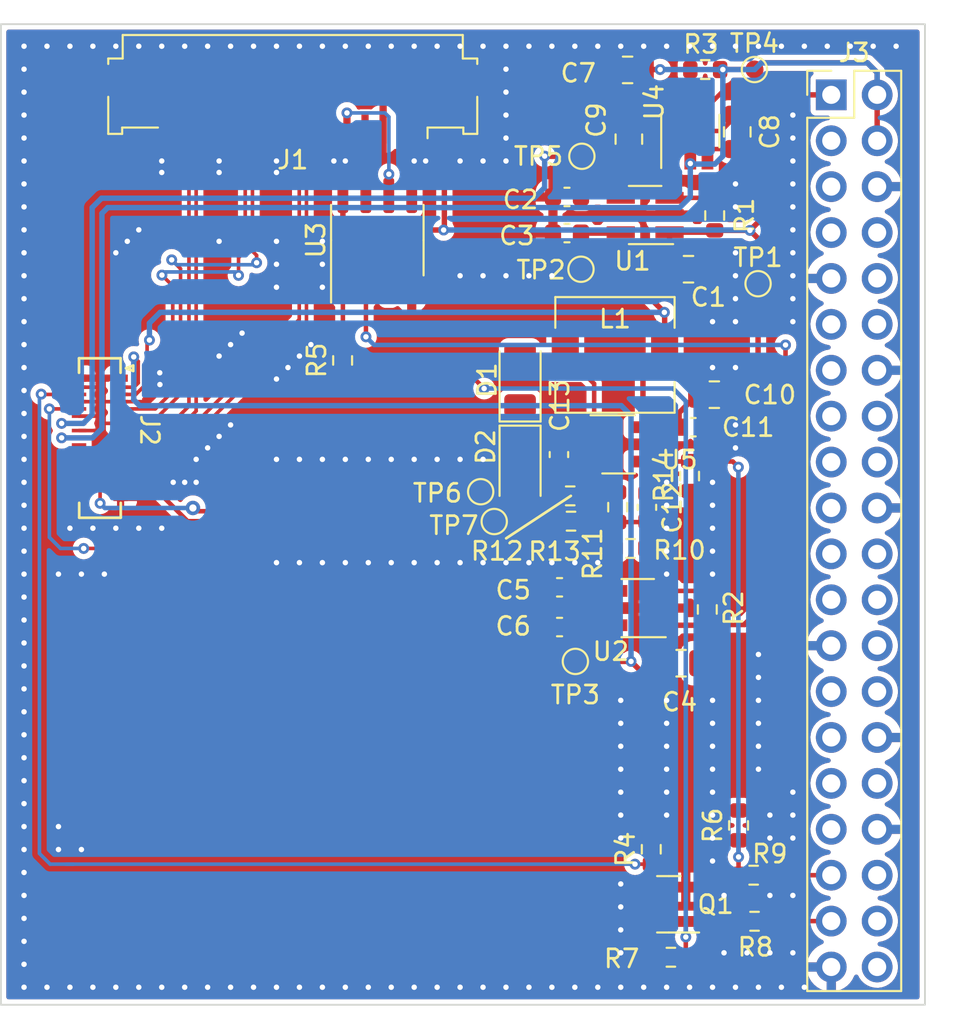
<source format=kicad_pcb>
(kicad_pcb (version 20211014) (generator pcbnew)
  (layers (0 "F.Cu" signal) (31 "B.Cu" signal) (34 "B.Paste" user) (35 "F.Paste" user) (36 "B.SilkS" user "B.Silkscreen") (37 "F.SilkS" user "F.Silkscreen") (38 "B.Mask" user) (39 "F.Mask" user) (44 "Edge.Cuts" user))
  (net 0 "")
  (net 1 "+3V3")
  (net 2 "GND")
  (net 3 "Net-(C2-Pad1)")
  (net 4 "+2V8")
  (net 5 "Net-(C5-Pad1)")
  (net 6 "+1V8")
  (net 7 "+5V")
  (net 8 "Net-(C8-Pad1)")
  (net 9 "Net-(C8-Pad2)")
  (net 10 "-5V")
  (net 11 "Net-(C12-Pad1)")
  (net 12 "Net-(C13-Pad1)")
  (net 37 "Net-(J3-Pad35)")
  (net 39 "Net-(J3-Pad37)")
  (net 42 "Net-(D1-Pad2)")
  (net 43 "Net-(Q1-Pad1)")
  (net 44 "/RESET")
  (net 45 "Net-(R1-Pad2)")
  (net 46 "Net-(R2-Pad2)")
  (net 47 "Net-(R3-Pad2)")
  (net 48 "Net-(R5-Pad2)")
  (net 49 "/BL_EN")
  (net 50 "Net-(R6-Pad2)")
  (net 51 "/PWM")
  (net 52 "Net-(R11-Pad2)")
  (net 53 "/LCD_K")
  (net 56 "/SCL")
  (net 57 "/SDA")
  (net 58 "/D1_N")
  (net 59 "/D1_P")
  (net 60 "/CLK_N")
  (net 61 "/CLK_P")
  (net 62 "/D0_N")
  (net 63 "/D0_P")
  (net 64 "/LCD_A")
  (footprint "Resistor_SMD:R_0603_1608Metric" (layer "F.Cu") (at 133.18 67.415 90)
    (fp_text reference "R11")
    (fp_text value "4.7k")
  )
  (footprint "Resistor_SMD:R_0603_1608Metric" (layer "F.Cu") (at 136.125 92.32)
    (fp_text reference "R7")
    (fp_text value "10k")
  )
  (footprint "Package_SO:SOIC-8_3.9x4.9mm_P1.27mm" (layer "F.Cu") (at 119.88 52.64 90)
    (fp_text reference "U3")
    (fp_text value "PCA9536D")
  )
  (footprint "TestPoint:TestPoint_Pad_D1.0mm" (layer "F.Cu") (at 131.15 54.25)
    (fp_text reference "TP2")
    (fp_text value "TestPoint")
  )
  (footprint "Resistor_SMD:R_0603_1608Metric" (layer "F.Cu") (at 137.16 65.695 90)
    (fp_text reference "R14")
    (fp_text value "4.7k")
  )
  (footprint "Capacitor_SMD:C_0603_1608Metric" (layer "F.Cu") (at 129.965 74.05 180)
    (fp_text reference "C6")
    (fp_text value "1uF")
  )
  (footprint "Inductor_SMD:L_6.3x6.3_H3" (layer "F.Cu") (at 133.03 58.99 180)
    (fp_text reference "L1")
    (fp_text value "22uH")
  )
  (footprint "Diode_SMD:D_1206_3216Metric" (layer "F.Cu") (at 127.78 65.19 -90)
    (fp_text reference "D2")
    (fp_text value "DIODE")
  )
  (footprint "sft:BM14B(0.8)-30DS-0.4V(52)" (layer "F.Cu") (at 110.2575 63.1275 -90)
    (fp_text reference "J2")
    (fp_text value "Conn_02x15_Odd_Even")
  )
  (footprint "Resistor_SMD:R_0603_1608Metric" (layer "F.Cu") (at 140.705 87.78 180)
    (fp_text reference "R9")
    (fp_text value "0R")
  )
  (footprint "TestPoint:TestPoint_Pad_D1.0mm" (layer "F.Cu") (at 131.2 48)
    (fp_text reference "TP5")
    (fp_text value "TestPoint")
  )
  (footprint "Package_TO_SOT_SMD:SOT-23-6_Handsoldering" (layer "F.Cu") (at 137.2 46.6 90)
    (fp_text reference "U4")
    (fp_text value "SGM3204YN6G/TR")
  )
  (footprint "TestPoint:TestPoint_Pad_D1.0mm" (layer "F.Cu") (at 126.35 68.21)
    (fp_text reference "TP7")
    (fp_text value "TestPoint")
  )
  (footprint "Capacitor_SMD:C_0805_2012Metric" (layer "F.Cu") (at 133.8 47.05 90)
    (fp_text reference "C9")
    (fp_text value "10uF")
  )
  (footprint "Resistor_SMD:R_0603_1608Metric" (layer "F.Cu") (at 135.04 86.345 90)
    (fp_text reference "R4")
    (fp_text value "10k")
  )
  (footprint "Capacitor_SMD:C_0603_1608Metric" (layer "F.Cu") (at 130.375 52.25 180)
    (fp_text reference "C3")
    (fp_text value "1uF")
  )
  (footprint "Resistor_SMD:R_0603_1608Metric" (layer "F.Cu") (at 138.55 51.275 90)
    (fp_text reference "R1")
    (fp_text value "10k")
  )
  (footprint "Resistor_SMD:R_0603_1608Metric" (layer "F.Cu") (at 117.96 59.295 90)
    (fp_text reference "R5")
    (fp_text value "1k")
  )
  (footprint "TestPoint:TestPoint_Pad_D1.0mm" (layer "F.Cu") (at 140.95 55.05)
    (fp_text reference "TP1")
    (fp_text value "TestPoint")
  )
  (footprint "TestPoint:TestPoint_Pad_D1.0mm" (layer "F.Cu") (at 130.84 75.95)
    (fp_text reference "TP3")
    (fp_text value "TestPoint")
  )
  (footprint "TestPoint:TestPoint_Pad_D1.0mm" (layer "F.Cu") (at 140.75 43.2)
    (fp_text reference "TP4")
    (fp_text value "TestPoint")
  )
  (footprint "Resistor_SMD:R_0603_1608Metric" (layer "F.Cu") (at 138.14 73.075 90)
    (fp_text reference "R2")
    (fp_text value "10k")
  )
  (footprint "Resistor_SMD:R_0603_1608Metric" (layer "F.Cu") (at 130.6 68.19 180)
    (fp_text reference "R13")
    (fp_text value "2R")
  )
  (footprint "Capacitor_SMD:C_0805_2012Metric" (layer "F.Cu") (at 133.73 43.22 180)
    (fp_text reference "C7")
    (fp_text value "10uF")
  )
  (footprint "Capacitor_SMD:C_0805_2012Metric" (layer "F.Cu") (at 137.1 54.25)
    (fp_text reference "C1")
    (fp_text value "10uF")
  )
  (footprint "Package_TO_SOT_SMD:SOT-23-5_HandSoldering" (layer "F.Cu") (at 134.29 73 180)
    (fp_text reference "U2")
    (fp_text value "SGM2019-1.8YN5G/TR")
  )
  (footprint "Capacitor_SMD:C_0603_1608Metric" (layer "F.Cu") (at 137.355 62.99)
    (fp_text reference "C11")
    (fp_text value "1uF")
  )
  (footprint "TestPoint:TestPoint_Pad_D1.0mm" (layer "F.Cu") (at 125.6 66.56)
    (fp_text reference "TP6")
    (fp_text value "TestPoint")
  )
  (footprint "Diode_SMD:D_1206_3216Metric" (layer "F.Cu") (at 127.78 60.39 90)
    (fp_text reference "D1")
    (fp_text value "D_Zener")
  )
  (footprint "Capacitor_SMD:C_0603_1608Metric" (layer "F.Cu") (at 129.965 71.85 180)
    (fp_text reference "C5")
    (fp_text value "10nF")
  )
  (footprint "Resistor_SMD:R_0603_1608Metric" (layer "F.Cu") (at 138.025 43.2 180)
    (fp_text reference "R3")
    (fp_text value "10k")
  )
  (footprint "Package_TO_SOT_SMD:SOT-23" (layer "F.Cu") (at 136.0125 89.39 180)
    (fp_text reference "Q1")
    (fp_text value "BC847")
  )
  (footprint "Capacitor_SMD:C_0805_2012Metric" (layer "F.Cu") (at 139.8 46.65 90)
    (fp_text reference "C8")
    (fp_text value "10uF")
  )
  (footprint "Capacitor_SMD:C_0805_2012Metric" (layer "F.Cu") (at 136.69 76.05)
    (fp_text reference "C4")
    (fp_text value "10uF")
  )
  (footprint "Package_TO_SOT_SMD:SOT-23-5_HandSoldering" (layer "F.Cu") (at 134.7 51.25 180)
    (fp_text reference "U1")
    (fp_text value "SGM2019-2.8YN5G/TR")
  )
  (footprint "Connector_FFC-FPC:Molex_200528-0150_1x15-1MP_P1.00mm_Horizontal" (layer "F.Cu") (at 115.2 45.59 180)
    (fp_text reference "J1")
    (fp_text value "Conn_01x15")
  )
  (footprint "Resistor_SMD:R_0603_1608Metric" (layer "F.Cu") (at 139.87 85.025 90)
    (fp_text reference "R6")
    (fp_text value "0R")
  )
  (footprint "Capacitor_SMD:C_0603_1608Metric" (layer "F.Cu") (at 130.375 50.25 180)
    (fp_text reference "C2")
    (fp_text value "10nF")
  )
  (footprint "Resistor_SMD:R_0603_1608Metric" (layer "F.Cu") (at 130.555 66.79 180)
    (fp_text reference "R12")
    (fp_text value "1k")
  )
  (footprint "Capacitor_SMD:C_0603_1608Metric" (layer "F.Cu") (at 129.93 64.505 -90)
    (fp_text reference "C13")
    (fp_text value "1uF")
  )
  (footprint "Capacitor_SMD:C_0603_1608Metric" (layer "F.Cu") (at 134.8 67.425 90)
    (fp_text reference "C12")
    (fp_text value "220nF")
  )
  (footprint "Resistor_SMD:R_0603_1608Metric" (layer "F.Cu") (at 133.895 69.7)
    (fp_text reference "R10")
    (fp_text value "4.7k")
  )
  (footprint "Package_TO_SOT_SMD:SOT-23-5_HandSoldering" (layer "F.Cu") (at 133.23 63.94)
    (fp_text reference "U5")
    (fp_text value "CAT4139")
  )
  (footprint "Connector_PinHeader_2.54mm:PinHeader_2x20_P2.54mm_Vertical" (layer "F.Cu") (at 145 44.6)
    (fp_text reference "J3")
    (fp_text value "Raspberry_Pi_2_3")
  )
  (footprint "Capacitor_SMD:C_0805_2012Metric" (layer "F.Cu") (at 138.53 61.19)
    (fp_text reference "C10")
    (fp_text value "10uF")
  )
  (footprint "Resistor_SMD:R_0603_1608Metric" (layer "F.Cu") (at 140.755 90.33 180)
    (fp_text reference "R8")
    (fp_text value "1k")
  )
  (gr_line (start 130.59 66.79) (end 127.01 69.14) (layer "F.SilkS") (width 0.15))
  (gr_rect (start 99.05 40.69) (end 150.185 94.95) (layer "Edge.Cuts") (width 0.1) (fill none))
  (segment (start 145 44.6) (end 142.6 44.6) (width 0.3) (layer "F.Cu") (net 1))
  (segment (start 123.59 46.92) (end 123.17 46.5) (width 0.3) (layer "F.Cu") (net 1))
  (segment (start 118.38 52.08) (end 117.975 51.675) (width 0.3) (layer "F.Cu") (net 1))
  (segment (start 136.05 54.15) (end 136.15 54.25) (width 0.3) (layer "F.Cu") (net 1))
  (segment (start 123.17 46.5) (end 121.2 46.5) (width 0.3) (layer "F.Cu") (net 1))
  (segment (start 140.5 52.1) (end 140.95 52.55) (width 0.3) (layer "F.Cu") (net 1))
  (segment (start 140.2 73.91) (end 138.15 73.91) (width 0.3) (layer "F.Cu") (net 1))
  (segment (start 136.05 52.2) (end 138.45 52.2) (width 0.3) (layer "F.Cu") (net 1))
  (segment (start 140.5 52.1) (end 138.55 52.1) (width 0.3) (layer "F.Cu") (net 1))
  (segment (start 140.95 73.16) (end 140.2 73.91) (width 0.3) (layer "F.Cu") (net 1))
  (segment (start 117.975 50.165) (end 117.975 51.675) (width 0.3) (layer "F.Cu") (net 1))
  (segment (start 141.75 45.45) (end 141.75 50.85) (width 0.3) (layer "F.Cu") (net 1))
  (segment (start 138.09 73.95) (end 138.14 73.9) (width 0.3) (layer "F.Cu") (net 1))
  (segment (start 141.75 50.85) (end 140.5 52.1) (width 0.3) (layer "F.Cu") (net 1))
  (segment (start 138.15 73.91) (end 138.14 73.9) (width 0.3) (layer "F.Cu") (net 1))
  (segment (start 142.6 44.6) (end 141.75 45.45) (width 0.3) (layer "F.Cu") (net 1))
  (segment (start 135.64 75.95) (end 135.74 76.05) (width 0.3) (layer "F.Cu") (net 1))
  (segment (start 138.45 52.2) (end 138.55 52.1) (width 0.3) (layer "F.Cu") (net 1))
  (segment (start 123.55 52.08) (end 118.38 52.08) (width 0.3) (layer "F.Cu") (net 1))
  (segment (start 140.95 55.05) (end 140.95 73.16) (width 0.3) (layer "F.Cu") (net 1))
  (segment (start 136.05 52.2) (end 136.05 54.15) (width 0.3) (layer "F.Cu") (net 1))
  (segment (start 123.59 52.04) (end 123.59 46.92) (width 0.3) (layer "F.Cu") (net 1))
  (segment (start 135.64 73.95) (end 135.64 75.95) (width 0.3) (layer "F.Cu") (net 1))
  (segment (start 123.55 52.08) (end 123.59 52.04) (width 0.3) (layer "F.Cu") (net 1))
  (segment (start 135.64 73.95) (end 138.09 73.95) (width 0.3) (layer "F.Cu") (net 1))
  (segment (start 140.95 52.55) (end 140.95 55.05) (width 0.3) (layer "F.Cu") (net 1))
  (via (at 140.5 52.1) (size 0.6) (drill 0.3) (layers "F.Cu" "B.Cu") (net 1))
  (via (at 123.55 52.08) (size 0.6) (drill 0.3) (layers "F.Cu" "B.Cu") (net 1))
  (segment (start 140.48 52.08) (end 140.5 52.1) (width 0.3) (layer "B.Cu") (net 1))
  (segment (start 123.55 52.08) (end 140.48 52.08) (width 0.3) (layer "B.Cu") (net 1))
  (segment (start 103.3725 60.7775) (end 103.3725 60.2775) (width 0.2) (layer "F.Cu") (net 2))
  (segment (start 105.6725 61.5775) (end 107.2825 61.5775) (width 0.2) (layer "F.Cu") (net 2))
  (segment (start 105.6725 65.1775) (end 107.1175 65.1775) (width 0.2) (layer "F.Cu") (net 2))
  (segment (start 105.2375 66.3775) (end 105.23 66.37) (width 0.2) (layer "F.Cu") (net 2))
  (segment (start 102.6675 60.7775) (end 102.61 60.72) (width 0.2) (layer "F.Cu") (net 2))
  (segment (start 102.3675 66.3775) (end 102.35 66.36) (width 0.2) (layer "F.Cu") (net 2))
  (segment (start 102.56 60.67) (end 101.98 60.67) (width 0.2) (layer "F.Cu") (net 2))
  (segment (start 104.8125 63.9775) (end 104.7575 64.0325) (width 0.2) (layer "F.Cu") (net 2))
  (segment (start 104.7575 65.1775) (end 104.7575 64.1525) (width 0.2) (layer "F.Cu") (net 2))
  (segment (start 105.6725 66.3775) (end 105.2375 66.3775) (width 0.2) (layer "F.Cu") (net 2))
  (segment (start 104.7575 64.1525) (end 104.7575 63.1825) (width 0.2) (layer "F.Cu") (net 2))
  (segment (start 103.3725 66.3775) (end 102.3675 66.3775) (width 0.2) (layer "F.Cu") (net 2))
  (segment (start 107.1175 65.1775) (end 107.45 65.51) (width 0.2) (layer "F.Cu") (net 2))
  (segment (start 105.134296 66.37) (end 104.764296 66) (width 0.2) (layer "F.Cu") (net 2))
  (segment (start 104.2275 63.1775) (end 104.7525 63.1775) (width 0.2) (layer "F.Cu") (net 2))
  (segment (start 104.7575 65.1775) (end 105.6725 65.1775) (width 0.2) (layer "F.Cu") (net 2))
  (segment (start 104.7975 62.7775) (end 104.7575 62.8175) (width 0.2) (layer "F.Cu") (net 2))
  (segment (start 105.6725 66.3775) (end 105.6725 66.8775) (width 0.2) (layer "F.Cu") (net 2))
  (segment (start 139.74 44.38) (end 139.79 44.43) (width 0.25) (layer "F.Cu") (net 2))
  (segment (start 104.6775 60.7775) (end 104.7575 60.8575) (width 0.2) (layer "F.Cu") (net 2))
  (segment (start 104.7525 63.1775) (end 104.7575 63.1825) (width 0.2) (layer "F.Cu") (net 2))
  (segment (start 138.15 45.25) (end 139.02 44.38) (width 0.25) (layer "F.Cu") (net 2))
  (segment (start 104.2425 60.7775) (end 103.3725 60.7775) (width 0.2) (layer "F.Cu") (net 2))
  (segment (start 103.3725 62.3775) (end 104.4875 62.3775) (width 0.2) (layer "F.Cu") (net 2))
  (segment (start 104.7575 62.3725) (end 104.7575 60.8575) (width 0.2) (layer "F.Cu") (net 2))
  (segment (start 105.23 66.37) (end 105.134296 66.37) (width 0.2) (layer "F.Cu") (net 2))
  (segment (start 104.7525 62.3775) (end 104.7575 62.3725) (width 0.2) (layer "F.Cu") (net 2))
  (segment (start 139.02 44.38) (end 139.21 44.38) (width 0.25) (layer "F.Cu") (net 2))
  (segment (start 104.2425 60.7775) (end 104.6775 60.7775) (width 0.2) (layer "F.Cu") (net 2))
  (segment (start 103.3725 66.3775) (end 103.3725 66.8775) (width 0.2) (layer "F.Cu") (net 2))
  (segment (start 102.61 60.72) (end 102.56 60.67) (width 0.2) (layer "F.Cu") (net 2))
  (segment (start 104.764296 66) (end 104.764296 65.184296) (width 0.2) (layer "F.Cu") (net 2))
  (segment (start 131.43 68.58) (end 130.81 69.2) (width 0.2) (layer "F.Cu") (net 2))
  (segment (start 104.7575 60.8575) (end 104.7575 60.3425) (width 0.2) (layer "F.Cu") (net 2))
  (segment (start 103.3725 63.1775) (end 104.2275 63.1775) (width 0.2) (layer "F.Cu") (net 2))
  (segment (start 105.6725 62.7775) (end 104.7975 62.7775) (width 0.2) (layer "F.Cu") (net 2))
  (segment (start 139.21 44.38) (end 139.74 44.38) (width 0.25) (layer "F.Cu") (net 2))
  (segment (start 104.2275 63.1775) (end 104.4825 63.1775) (width 0.2) (layer "F.Cu") (net 2))
  (segment (start 104.764296 65.184296) (end 104.7575 65.1775) (width 0.2) (layer "F.Cu") (net 2))
  (segment (start 130.81 69.2) (end 128.3 69.2) (width 0.2) (layer "F.Cu") (net 2))
  (segment (start 103.3725 60.7775) (end 103.37048 60.77548) (width 0.2) (layer "F.Cu") (net 2))
  (segment (start 103.3725 61.5775) (end 105.6725 61.5775) (width 0.2) (layer "F.Cu") (net 2))
  (segment (start 104.7575 63.1825) (end 104.7575 62.8175) (width 0.2) (layer "F.Cu") (net 2))
  (segment (start 131.43 68.19) (end 131.43 68.58) (width 0.2) (layer "F.Cu") (net 2))
  (segment (start 104.7575 64.1525) (end 104.7575 64.0325) (width 0.2) (layer "F.Cu") (net 2))
  (segment (start 104.7575 62.8175) (end 104.7575 62.3725) (width 0.2) (layer "F.Cu") (net 2))
  (segment (start 103.3725 60.7775) (end 102.6675 60.7775) (width 0.2) (layer "F.Cu") (net 2))
  (segment (start 128.3 69.2) (end 128.22 69.12) (width 0.2) (layer "F.Cu") (net 2))
  (segment (start 105.6725 63.9775) (end 104.8125 63.9775) (width 0.2) (layer "F.Cu") (net 2))
  (segment (start 104.4875 62.3775) (end 104.7525 62.3775) (width 0.2) (layer "F.Cu") (net 2))
  (segment (start 107.2825 61.5775) (end 107.82 61.04) (width 0.2) (layer "F.Cu") (net 2))
  (via (at 100.33 74.93) (size 0.6) (drill 0.3) (layers "F.Cu" "B.Cu") (net 2))
  (via (at 144.78 41.91) (size 0.6) (drill 0.3) (layers "F.Cu" "B.Cu") (net 2))
  (via (at 143.51 93.98) (size 0.6) (drill 0.3) (layers "F.Cu" "B.Cu") (net 2))
  (via (at 138.43 66.04) (size 0.6) (drill 0.3) (layers "F.Cu" "B.Cu") (net 2))
  (via (at 118.11 93.98) (size 0.6) (drill 0.3) (layers "F.Cu" "B.Cu") (net 2))
  (via (at 100.33 45.72) (size 0.6) (drill 0.3) (layers "F.Cu" "B.Cu") (net 2))
  (via (at 133.35 81.915) (size 0.6) (drill 0.3) (layers "F.Cu" "B.Cu") (net 2))
  (via (at 140.97 78.105) (size 0.6) (drill 0.3) (layers "F.Cu" "B.Cu") (net 2))
  (via (at 111.125 52.705) (size 0.6) (drill 0.3) (layers "F.Cu" "B.Cu") (net 2))
  (via (at 146.05 41.91) (size 0.6) (drill 0.3) (layers "F.Cu" "B.Cu") (net 2))
  (via (at 113.03 93.98) (size 0.6) (drill 0.3) (layers "F.Cu" "B.Cu") (net 2))
  (via (at 118.11 64.77) (size 0.6) (drill 0.3) (layers "F.Cu" "B.Cu") (net 2))
  (via (at 133.35 90.805) (size 0.6) (drill 0.3) (layers "F.Cu" "B.Cu") (net 2))
  (via (at 114.935 59.69) (size 0.6) (drill 0.3) (layers "F.Cu" "B.Cu") (net 2))
  (via (at 140.97 93.98) (size 0.6) (drill 0.3) (layers "F.Cu" "B.Cu") (net 2))
  (via (at 120.65 70.485) (size 0.6) (drill 0.3) (layers "F.Cu" "B.Cu") (net 2))
  (via (at 125.73 54.61) (size 0.6) (drill 0.3) (layers "F.Cu" "B.Cu") (net 2))
  (via (at 106.68 68.58) (size 0.6) (drill 0.3) (layers "F.Cu" "B.Cu") (net 2))
  (via (at 138.43 67.31) (size 0.6) (drill 0.3) (layers "F.Cu" "B.Cu") (net 2))
  (via (at 140.97 80.645) (size 0.6) (drill 0.3) (layers "F.Cu" "B.Cu") (net 2))
  (via (at 142.875 50.8) (size 0.6) (drill 0.3) (layers "F.Cu" "B.Cu") (net 2))
  (via (at 121.92 48.26) (size 0.6) (drill 0.3) (layers "F.Cu" "B.Cu") (net 2))
  (via (at 103.505 71.12) (size 0.6) (drill 0.3) (layers "F.Cu" "B.Cu") (net 2))
  (via (at 100.33 66.04) (size 0.6) (drill 0.3) (layers "F.Cu" "B.Cu") (net 2))
  (via (at 138.43 41.91) (size 0.6) (drill 0.3) (layers "F.Cu" "B.Cu") (net 2))
  (via (at 127 46.99) (size 0.6) (drill 0.3) (layers "F.Cu" "B.Cu") (net 2))
  (via (at 116.84 55.245) (size 0.6) (drill 0.3) (layers "F.Cu" "B.Cu") (net 2))
  (via (at 142.875 55.88) (size 0.6) (drill 0.3) (layers "F.Cu" "B.Cu") (net 2))
  (via (at 129.54 93.98) (size 0.6) (drill 0.3) (layers "F.Cu" "B.Cu") (net 2))
  (via (at 100.33 43.18) (size 0.6) (drill 0.3) (layers "F.Cu" "B.Cu") (net 2))
  (via (at 124.46 54.61) (size 0.6) (drill 0.3) (layers "F.Cu" "B.Cu") (net 2))
  (via (at 104.14 41.91) (size 0.6) (drill 0.3) (layers "F.Cu" "B.Cu") (net 2))
  (via (at 141.605 92.075) (size 0.6) (drill 0.3) (layers "F.Cu" "B.Cu") (net 2))
  (via (at 133.35 92.075) (size 0.6) (drill 0.3) (layers "F.Cu" "B.Cu") (net 2))
  (via (at 139.7 49.53) (size 0.6) (drill 0.3) (layers "F.Cu" "B.Cu") (net 2))
  (via (at 128.27 93.98) (size 0.6) (drill 0.3) (layers "F.Cu" "B.Cu") (net 2))
  (via (at 133.35 83.185) (size 0.6) (drill 0.3) (layers "F.Cu" "B.Cu") (net 2))
  (via (at 140.97 41.91) (size 0.6) (drill 0.3) (layers "F.Cu" "B.Cu") (net 2))
  (via (at 107.84 59.98) (size 0.6) (drill 0.3) (layers "F.Cu" "B.Cu") (net 2))
  (via (at 104.775 71.12) (size 0.6) (drill 0.3) (layers "F.Cu" "B.Cu") (net 2))
  (via (at 114.3 53.975) (size 0.6) (drill 0.3) (layers "F.Cu" "B.Cu") (net 2))
  (via (at 139.7 41.91) (size 0.6) (drill 0.3) (layers "F.Cu" "B.Cu") (net 2))
  (via (at 130.81 93.98) (size 0.6) (drill 0.3) (layers "F.Cu" "B.Cu") (net 2))
  (via (at 133.35 89.535) (size 0.6) (drill 0.3) (layers "F.Cu" "B.Cu") (net 2))
  (via (at 104.14 68.58) (size 0.6) (drill 0.3) (layers "F.Cu" "B.Cu") (net 2))
  (via (at 100.33 83.82) (size 0.6) (drill 0.3) (layers "F.Cu" "B.Cu") (net 2))
  (via (at 100.33 72.39) (size 0.6) (drill 0.3) (layers "F.Cu" "B.Cu") (net 2))
  (via (at 100.33 54.61) (size 0.6) (drill 0.3) (layers "F.Cu" "B.Cu") (net 2))
  (via (at 132.08 93.98) (size 0.6) (drill 0.3) (layers "F.Cu" "B.Cu") (net 2))
  (via (at 111.76 41.91) (size 0.6) (drill 0.3) (layers "F.Cu" "B.Cu") (net 2))
  (via (at 139.7 53.34) (size 0.6) (drill 0.3) (layers "F.Cu" "B.Cu") (net 2))
  (via (at 123.19 93.98) (size 0.6) (drill 0.3) (layers "F.Cu" "B.Cu") (net 2))
  (via (at 116.84 52.705) (size 0.6) (drill 0.3) (layers "F.Cu" "B.Cu") (net 2))
  (via (at 113.03 41.91) (size 0.6) (drill 0.3) (layers "F.Cu" "B.Cu") (net 2))
  (via (at 100.33 69.85) (size 0.6) (drill 0.3) (layers "F.Cu" "B.Cu") (net 2))
  (via (at 100.33 88.9) (size 0.6) (drill 0.3) (layers "F.Cu" "B.Cu") (net 2))
  (via (at 142.875 45.72) (size 0.6) (drill 0.3) (layers "F.Cu" "B.Cu") (net 2))
  (via (at 119.38 41.91) (size 0.6) (drill 0.3) (layers "F.Cu" "B.Cu") (net 2))
  (via (at 123.19 41.91) (size 0.6) (drill 0.3) (layers "F.Cu" "B.Cu") (net 2))
  (via (at 114.3 55.245) (size 0.6) (drill 0.3) (layers "F.Cu" "B.Cu") (net 2))
  (via (at 117.475 48.26) (size 0.6) (drill 0.3) (layers "F.Cu" "B.Cu") (net 2))
  (via (at 107.95 48.895) (size 0.6) (drill 0.3) (layers "F.Cu" "B.Cu") (net 2))
  (via (at 111.125 63.5) (size 0.6) (drill 0.3) (layers "F.Cu" "B.Cu") (net 2))
  (via (at 125.73 41.91) (size 0.6) (drill 0.3) (layers "F.Cu" "B.Cu") (net 2))
  (via (at 105.41 41.91) (size 0.6) (drill 0.3) (layers "F.Cu" "B.Cu") (net 2))
  (via (at 111.76 62.865) (size 0.6) (drill 0.3) (layers "F.Cu" "B.Cu") (net 2))
  (via (at 124.46 64.77) (size 0.6) (drill 0.3) (layers "F.Cu" "B.Cu") (net 2))
  (via (at 100.33 59.69) (size 0.6) (drill 0.3) (layers "F.Cu" "B.Cu") (net 2))
  (via (at 116.84 53.975) (size 0.6) (drill 0.3) (layers "F.Cu" "B.Cu") (net 2))
  (via (at 102.235 85.09) (size 0.6) (drill 0.3) (layers "F.Cu" "B.Cu") (net 2))
  (via (at 140.335 92.075) (size 0.6) (drill 0.3) (layers "F.Cu" "B.Cu") (net 2))
  (via (at 139.7 59.69) (size 0.6) (drill 0.3) (layers "F.Cu" "B.Cu") (net 2))
  (via (at 135.89 68.58) (size 0.6) (drill 0.3) (layers "F.Cu" "B.Cu") (net 2))
  (via (at 102.87 41.91) (size 0.6) (drill 0.3) (layers "F.Cu" "B.Cu") (net 2))
  (via (at 127 70.485) (size 0.6) (drill 0.3) (layers "F.Cu" "B.Cu") (net 2))
  (via (at 135.89 83.185) (size 0.6) (drill 0.3) (layers "F.Cu" "B.Cu") (net 2))
  (via (at 141.605 84.455) (size 0.6) (drill 0.3) (layers "F.Cu" "B.Cu") (net 2))
  (via (at 142.24 41.91) (size 0.6) (drill 0.3) (layers "F.Cu" "B.Cu") (net 2))
  (via (at 138.43 81.915) (size 0.6) (drill 0.3) (layers "F.Cu" "B.Cu") (net 2))
  (via (at 111.125 48.26) (size 0.6) (drill 0.3) (layers "F.Cu" "B.Cu") (net 2))
  (via (at 103.505 86.36) (size 0.6) (drill 0.3) (layers "F.Cu" "B.Cu") (net 2))
  (via (at 135.89 79.375) (size 0.6) (drill 0.3) (layers "F.Cu" "B.Cu") (net 2))
  (via (at 138.43 68.58) (size 0.6) (drill 0.3) (layers "F.Cu" "B.Cu") (net 2))
  (via (at 142.875 57.15) (size 0.6) (drill 0.3) (layers "F.Cu" "B.Cu") (net 2))
  (via (at 100.33 50.8) (size 0.6) (drill 0.3) (layers "F.Cu" "B.Cu") (net 2))
  (via (at 137.16 93.98) (size 0.6) (drill 0.3) (layers "F.Cu" "B.Cu") (net 2))
  (via (at 100.33 80.01) (size 0.6) (drill 0.3) (layers "F.Cu" "B.Cu") (net 2))
  (via (at 100.33 81.28) (size 0.6) (drill 0.3) (layers "F.Cu" "B.Cu") (net 2))
  (via (at 100.33 49.53) (size 0.6) (drill 0.3) (layers "F.Cu" "B.Cu") (net 2))
  (via (at 132.08 41.91) (size 0.6) (drill 0.3) (layers "F.Cu" "B.Cu") (net 2))
  (via (at 105.41 53.34) (size 0.6) (drill 0.3) (layers "F.Cu" "B.Cu") (net 2))
  (via (at 135.89 66.04) (size 0.6) (drill 0.3) (layers "F.Cu" "B.Cu") (net 2))
  (via (at 142.875 52.07) (size 0.6) (drill 0.3) (layers "F.Cu" "B.Cu") (net 2))
  (via (at 127 41.91) (size 0.6) (drill 0.3) (layers "F.Cu" "B.Cu") (net 2))
  (via (at 100.33 73.66) (size 0.6) (drill 0.3) (layers "F.Cu" "B.Cu") (net 2))
  (via (at 138.43 83.185) (size 0.6) (drill 0.3) (layers "F.Cu" "B.Cu") (net 2))
  (via (at 135.89 71.12) (size 0.6) (drill 0.3) (layers "F.Cu" "B.Cu") (net 2))
  (via (at 100.33 41.91) (size 0.6) (drill 0.3) (layers "F.Cu" "B.Cu") (net 2))
  (via (at 114.3 52.705) (size 0.6) (drill 0.3) (layers "F.Cu" "B.Cu") (net 2))
  (via (at 142.875 53.34) (size 0.6) (drill 0.3) (layers "F.Cu" "B.Cu") (net 2))
  (via (at 114.3 48.26) (size 0.6) (drill 0.3) (layers "F.Cu" "B.Cu") (net 2))
  (via (at 100.33 44.45) (size 0.6) (drill 0.3) (layers "F.Cu" "B.Cu") (net 2))
  (via (at 114.3 60.325) (size 0.6) (drill 0.3) (layers "F.Cu" "B.Cu") (net 2))
  (via (at 104.14 93.98) (size 0.6) (drill 0.3) (layers "F.Cu" "B.Cu") (net 2))
  (via (at 125.73 48.26) (size 0.6) (drill 0.3) (layers "F.Cu" "B.Cu") (net 2))
  (via (at 138.43 86.995) (size 0.6) (drill 0.3) (layers "F.Cu" "B.Cu") (net 2))
  (via (at 139.7 62.865) (size 0.6) (drill 0.3) (layers "F.Cu" "B.Cu") (net 2))
  (via (at 128.27 41.91) (size 0.6) (drill 0.3) (layers "F.Cu" "B.Cu") (net 2))
  (via (at 115.57 41.91) (size 0.6) (drill 0.3) (layers "F.Cu" "B.Cu") (net 2))
  (via (at 107.95 93.98) (size 0.6) (drill 0.3) (layers "F.Cu" "B.Cu") (net 2))
  (via (at 100.33 85.09) (size 0.6) (drill 0.3) (layers "F.Cu" "B.Cu") (net 2))
  (via (at 127 48.26) (size 0.6) (drill 0.3) (layers "F.Cu" "B.Cu") (net 2))
  (via (at 135.89 67.31) (size 0.6) (drill 0.3) (layers "F.Cu" "B.Cu") (net 2))
  (via (at 119.38 70.485) (size 0.6) (drill 0.3) (layers "F.Cu" "B.Cu") (net 2))
  (via (at 116.205 58.42) (size 0.6) (drill 0.3) (layers "F.Cu" "B.Cu") (net 2))
  (via (at 134.62 93.98) (size 0.6) (drill 0.3) (layers "F.Cu" "B.Cu") (net 2))
  (via (at 142.875 48.26) (size 0.6) (drill 0.3) (layers "F.Cu" "B.Cu") (net 2))
  (via (at 148.59 41.91) (size 0.6) (drill 0.3) (layers "F.Cu" "B.Cu") (net 2))
  (via (at 106.68 41.91) (size 0.6) (drill 0.3) (layers "F.Cu" "B.Cu") (net 2))
  (via (at 123.19 64.77) (size 0.6) (drill 0.3) (layers "F.Cu" "B.Cu") (net 2))
  (via (at 138.43 93.98) (size 0.6) (drill 0.3) (layers "F.Cu" "B.Cu") (net 2))
  (via (at 133.35 85.725) (size 0.6) (drill 0.3) (layers "F.Cu" "B.Cu") (net 2))
  (via (at 100.33 68.58) (size 0.6) (drill 0.3) (layers "F.Cu" "B.Cu") (net 2))
  (via (at 118.11 70.485) (size 0.6) (drill 0.3) (layers "F.Cu" "B.Cu") (net 2))
  (via (at 133.35 80.645) (size 0.6) (drill 0.3) (layers "F.Cu" "B.Cu") (net 2))
  (via (at 109.22 66.04) (size 0.6) (drill 0.3) (layers "F.Cu" "B.Cu") (net 2))
  (via (at 140.97 75.565) (size 0.6) (drill 0.3) (layers "F.Cu" "B.Cu") (net 2))
  (via (at 142.875 88.9) (size 0.6) (drill 0.3) (layers "F.Cu" "B.Cu") (net 2))
  (via (at 137.16 41.91) (size 0.6) (drill 0.3) (layers "F.Cu" "B.Cu") (net 2))
  (via (at 100.33 46.99) (size 0.6) (drill 0.3) (layers "F.Cu" "B.Cu") (net 2))
  (via (at 139.7 50.8) (size 0.6) (drill 0.3) (layers "F.Cu" "B.Cu") (net 2))
  (via (at 133.35 93.98) (size 0.6) (drill 0.3) (layers "F.Cu" "B.Cu") (net 2))
  (via (at 108.585 66.04) (size 0.6) (drill 0.3) (layers "F.Cu" "B.Cu") (net 2))
  (via (at 130.81 41.91) (size 0.6) (drill 0.3) (layers "F.Cu" "B.Cu") (net 2))
  (via (at 111.76 93.98) (size 0.6) (drill 0.3) (layers "F.Cu" "B.Cu") (net 2))
  (via (at 111.76 58.42) (size 0.6) (drill 0.3) (layers "F.Cu" "B.Cu") (net 2))
  (via (at 100.33 86.36) (size 0.6) (drill 0.3) (layers "F.Cu" "B.Cu") (net 2))
  (via (at 100.33 62.23) (size 0.6) (drill 0.3) (layers "F.Cu" "B.Cu") (net 2))
  (via (at 100.33 87.63) (size 0.6) (drill 0.3) (layers "F.Cu" "B.Cu") (net 2))
  (via (at 123.19 70.485) (size 0.6) (drill 0.3) (layers "F.Cu" "B.Cu") (net 2))
  (via (at 112.395 57.785) (size 0.6) (drill 0.3) (layers "F.Cu" "B.Cu") (net 2))
  (via (at 107.95 41.91) (size 0.6) (drill 0.3) (layers "F.Cu" "B.Cu") (net 2))
  (via (at 109.22 41.91) (size 0.6) (drill 0.3) (layers "F.Cu" "B.Cu") (net 2))
  (via (at 139.7 54.61) (size 0.6) (drill 0.3) (layers "F.Cu" "B.Cu") (net 2))
  (via (at 115.57 59.055) (size 0.6) (drill 0.3) (layers "F.Cu" "B.Cu") (net 2))
  (via (at 138.43 79.375) (size 0.6) (drill 0.3) (layers "F.Cu" "B.Cu") (net 2))
  (via (at 125.73 93.98) (size 0.6) (drill 0.3) (layers "F.Cu" "B.Cu") (net 2))
  (via (at 105.41 68.58) (size 0.6) (drill 0.3) (layers "F.Cu" "B.Cu") (net 2))
  (via (at 138.43 80.645) (size 0.6) (drill 0.3) (layers "F.Cu" "B.Cu") (net 2))
  (via (at 133.35 88.265) (size 0.6) (drill 0.3) (layers "F.Cu" "B.Cu") (net 2))
  (via (at 142.875 49.53) (size 0.6) (drill 0.3) (layers "F.Cu" "B.Cu") (net 2))
  (via (at 127 45.72) (size 0.6) (drill 0.3) (layers "F.Cu" "B.Cu") (net 2))
  (via (at 120.65 93.98) (size 0.6) (drill 0.3) (layers "F.Cu" "B.Cu") (net 2))
  (via (at 129.54 70.485) (size 0.6) (drill 0.3) (layers "F.Cu" "B.Cu") (net 2))
  (via (at 100.33 93.98) (size 0.6) (drill 0.3) (layers "F.Cu" "B.Cu") (net 2))
  (via (at 135.89 93.98) (size 0.6) (drill 0.3) (layers "F.Cu" "B.Cu") (net 2))
  (via (at 133.35 41.91) (size 0.6) (drill 0.3) (layers "F.Cu" "B.Cu") (net 2))
  (via (at 121.92 64.77) (size 0.6) (drill 0.3) (layers "F.Cu" "B.Cu") (net 2))
  (via (at 125.73 70.485) (size 0.6) (drill 0.3) (layers "F.Cu" "B.Cu") (net 2))
  (via (at 105.41 93.98) (size 0.6) (drill 0.3) (layers "F.Cu" "B.Cu") (net 2))
  (via (at 111.125 59.055) (size 0.6) (drill 0.3) (layers "F.Cu" "B.Cu") (net 2))
  (via (at 114.3 48.895) (size 0.6) (drill 0.3) (layers "F.Cu" "B.Cu") (net 2))
  (via (at 141.605 88.9) (size 0.6) (drill 0.3) (layers "F.Cu" "B.Cu") (net 2))
  (via (at 109.855 66.04) (size 0.6) (drill 0.3) (layers "F.Cu" "B.Cu") (net 2))
  (via (at 100.33 76.2) (size 0.6) (drill 0.3) (layers "F.Cu" "B.Cu") (net 2))
  (via (at 102.87 68.58) (size 0.6) (drill 0.3) (layers "F.Cu" "B.Cu") (net 2))
  (via (at 121.92 41.91) (size 0.6) (drill 0.3) (layers "F.Cu" "B.Cu") (net 2))
  (via (at 140.97 79.375) (size 0.6) (drill 0.3) (layers "F.Cu" "B.Cu") (net 2))
  (via (at 109.22 93.98) (size 0.6) (drill 0.3) (layers "F.Cu" "B.Cu") (net 2))
  (via (at 138.43 85.725) (size 0.6) (drill 0.3) (layers "F.Cu" "B.Cu") (net 2))
  (via (at 128.27 54.61) (size 0.6) (drill 0.3) (layers "F.Cu" "B.Cu") (net 2))
  (via (at 129.54 41.91) (size 0.6) (drill 0.3) (layers "F.Cu" "B.Cu") (net 2))
  (via (at 100.33 58.42) (size 0.6) (drill 0.3) (layers "F.Cu" "B.Cu") (net 2))
  (via (at 129.54 54.61) (size 0.6) (drill 0.3) (layers "F.Cu" "B.Cu") (net 2))
  (via (at 115.57 93.98) (size 0.6) (drill 0.3) (layers "F.Cu" "B.Cu") (net 2))
  (via (at 128.27 70.485) (size 0.6) (drill 0.3) (layers "F.Cu" "B.Cu") (net 2))
  (via (at 134.62 41.91) (size 0.6) (drill 0.3) (layers "F.Cu" "B.Cu") (net 2))
  (via (at 139.065 92.075) (size 0.6) (drill 0.3) (layers "F.Cu" "B.Cu") (net 2))
  (via (at 100.33 52.07) (size 0.6) (drill 0.3) (layers "F.Cu" "B.Cu") (net 2))
  (via (at 142.24 93.98) (size 0.6) (drill 0.3) (layers "F.Cu" "B.Cu") (net 2))
  (via (at 115.57 64.77) (size 0.6) (drill 0.3) (layers "F.Cu" "B.Cu") (net 2))
  (via (at 142.875 46.99) (size 0.6) (drill 0.3) (layers "F.Cu" "B.Cu") (net 2))
  (via (at 116.84 64.77) (size 0.6) (drill 0.3) (layers "F.Cu" "B.Cu") (net 2))
  (via (at 116.84 70.485) (size 0.6) (drill 0.3) (layers "F.Cu" "B.Cu") (net 2))
  (via (at 135.89 41.91) (size 0.6) (drill 0.3) (layers "F.Cu" "B.Cu") (net 2))
  (via (at 133.35 84.455) (size 0.6) (drill 0.3) (layers "F.Cu" "B.Cu") (net 2))
  (via (at 106.68 93.98) (size 0.6) (drill 0.3) (layers "F.Cu" "B.Cu") (net 2))
  (via (at 127 93.98) (size 0.6) (drill 0.3) (layers "F.Cu" "B.Cu") (net 2))
  (via (at 135.89 81.915) (size 0.6) (drill 0.3) (layers "F.Cu" "B.Cu") (net 2))
  (via (at 121.92 93.98) (size 0.6) (drill 0.3) (layers "F.Cu" "B.Cu") (net 2))
  (via (at 100.33 48.26) (size 0.6) (drill 0.3) (layers "F.Cu" "B.Cu") (net 2))
  (via (at 138.43 57.15) (size 0.6) (drill 0.3) (layers "F.Cu" "B.Cu") (net 2))
  (via (at 133.35 78.105) (size 0.6) (drill 0.3) (layers "F.Cu" "B.Cu") (net 2))
  (via (at 100.33 77.47) (size 0.6) (drill 0.3) (layers "F.Cu" "B.Cu") (net 2))
  (via (at 114.3 93.98) (size 0.6) (drill 0.3) (layers "F.Cu" "B.Cu") (net 2))
  (via (at 138.43 84.455) (size 0.6) (drill 0.3) (layers "F.Cu" "B.Cu") (net 2))
  (via (at 142.875 83.185) (size 0.6) (drill 0.3) (layers "F.Cu" "B.Cu") (net 2))
  (via (at 100.33 55.88) (size 0.6) (drill 0.3) (layers "F.Cu" "B.Cu") (net 2))
  (via (at 110.49 93.98) (size 0.6) (drill 0.3) (layers "F.Cu" "B.Cu") (net 2))
  (via (at 101.6 93.98) (size 0.6) (drill 0.3) (layers "F.Cu" "B.Cu") (net 2))
  (via (at 100.33 67.31) (size 0.6) (drill 0.3) (layers "F.Cu" "B.Cu") (net 2))
  (via (at 100.33 57.15) (size 0.6) (drill 0.3) (layers "F.Cu" "B.Cu") (net 2))
  (via (at 119.38 64.77) (size 0.6) (drill 0.3) (layers "F.Cu" "B.Cu") (net 2))
  (via (at 114.3 41.91) (size 0.6) (drill 0.3) (layers "F.Cu" "B.Cu") (net 2))
  (via (at 139.7 64.135) (size 0.6) (drill 0.3) (layers "F.Cu" "B.Cu") (net 2))
  (via (at 107.85 60.63) (size 0.6) (drill 0.3) (layers "F.Cu" "B.Cu") (net 2))
  (via (at 139.065 88.9) (size 0.6) (drill 0.3) (layers "F.Cu" "B.Cu") (net 2))
  (via (at 106.045 52.705) (size 0.6) (drill 0.3) (layers "F.Cu" "B.Cu") (net 2))
  (via (at 100.33 53.34) (size 0.6) (drill 0.3) (layers "F.Cu" "B.Cu") (net 2))
  (via (at 100.33 92.71) (size 0.6) (drill 0.3) (layers "F.Cu" "B.Cu") (net 2))
  (via (at 100.33 71.12) (size 0.6) (drill 0.3) (layers "F.Cu" "B.Cu") (net 2))
  (via (at 138.43 59.69) (size 0.6) (drill 0.3) (layers "F.Cu" "B.Cu") (net 2))
  (via (at 119.38 93.98) (size 0.6) (drill 0.3) (layers "F.Cu" "B.Cu") (net 2))
  (via (at 142.875 84.455) (size 0.6) (drill 0.3) (layers "F.Cu" "B.Cu") (net 2))
  (via (at 102.235 71.12) (size 0.6) (drill 0.3) (layers "F.Cu" "B.Cu") (net 2))
  (via (at 100.33 90.17) (size 0.6) (drill 0.3) (layers "F.Cu" "B.Cu") (net 2))
  (via (at 125.73 64.77) (size 0.6) (drill 0.3) (layers "F.Cu" "B.Cu") (net 2))
  (via (at 110.49 41.91) (size 0.6) (drill 0.3) (layers "F.Cu" "B.Cu") (net 2))
  (via (at 124.46 41.91) (size 0.6) (drill 0.3) (layers "F.Cu" "B.Cu") (net 2))
  (via (at 122.555 48.26) (size 0.6) (drill 0.3) (layers "F.Cu" "B.Cu") (net 2))
  (via (at 143.51 41.91) (size 0.6) (drill 0.3) (layers "F.Cu" "B.Cu") (net 2))
  (via (at 107.95 48.26) (size 0.6) (drill 0.3) (layers "F.Cu" "B.Cu") (net 2))
  (via (at 142.875 92.075) (size 0.6) (drill 0.3) (layers "F.Cu" "B.Cu") (net 2))
  (via (at 127 54.61) (size 0.6) (drill 0.3) (layers "F.Cu" "B.Cu") (net 2))
  (via (at 124.46 70.485) (size 0.6) (drill 0.3) (layers "F.Cu" "B.Cu") (net 2))
  (via (at 140.97 76.835) (size 0.6) (drill 0.3) (layers "F.Cu" "B.Cu") (net 2))
  (via (at 100.33 78.74) (size 0.6) (drill 0.3) (layers "F.Cu" "B.Cu") (net 2))
  (via (at 114.3 70.485) (size 0.6) (drill 0.3) (layers "F.Cu" "B.Cu") (net 2))
  (via (at 124.46 93.98) (size 0.6) (drill 0.3) (layers "F.Cu" "B.Cu") (net 2))
  (via (at 106.68 52.07) (size 0.6) (drill 0.3) (layers "F.Cu" "B.Cu") (net 2))
  (via (at 102.235 86.36) (size 0.6) (drill 0.3) (layers "F.Cu" "B.Cu") (net 2))
  (via (at 142.875 54.61) (size 0.6) (drill 0.3) (layers "F.Cu" "B.Cu") (net 2))
  (via (at 135.89 78.105) (size 0.6) (drill 0.3) (layers "F.Cu" "B.Cu") (net 2))
  (via (at 111.125 48.895) (size 0.6) (drill 0.3) (layers "F.Cu" "B.Cu") (net 2))
  (via (at 115.57 70.485) (size 0.6) (drill 0.3) (layers "F.Cu" "B.Cu") (net 2))
  (via (at 147.32 41.91) (size 0.6) (drill 0.3) (layers "F.Cu" "B.Cu") (net 2))
  (via (at 141.605 85.725) (size 0.6) (drill 0.3) (layers "F.Cu" "B.Cu") (net 2))
  (via (at 101.6 41.91) (size 0.6) (drill 0.3) (layers "F.Cu" "B.Cu") (net 2))
  (via (at 127 44.45) (size 0.6) (drill 0.3) (layers "F.Cu" "B.Cu") (net 2))
  (via (at 100.33 63.5) (size 0.6) (drill 0.3) (layers "F.Cu" "B.Cu") (net 2))
  (via (at 120.65 41.91) (size 0.6) (drill 0.3) (layers "F.Cu" "B.Cu") (net 2))
  (via (at 100.33 60.96) (size 0.6) (drill 0.3) (layers "F.Cu" "B.Cu") (net 2))
  (via (at 130.81 70.485) (size 0.6) (drill 0.3) (layers "F.Cu" "B.Cu") (net 2))
  (via (at 118.11 48.26) (size 0.6) (drill 0.3) (layers "F.Cu" "B.Cu") (net 2))
  (via (at 140.97 81.915) (size 0.6) (drill 0.3) (layers "F.Cu" "B.Cu") (net 2))
  (via (at 110.49 64.135) (size 0.6) (drill 0.3) (layers "F.Cu" "B.Cu") (net 2))
  (via (at 102.87 93.98) (size 0.6) (drill 0.3) (layers "F.Cu" "B.Cu") (net 2))
  (via (at 121.92 70.485) (size 0.6) (drill 0.3) (layers "F.Cu" "B.Cu") (net 2))
  (via (at 118.11 41.91) (size 0.6) (drill 0.3) (layers "F.Cu" "B.Cu") (net 2))
  (via (at 100.33 82.55) (size 0.6) (drill 0.3) (layers "F.Cu" "B.Cu") (net 2))
  (via (at 100.33 91.44) (size 0.6) (drill 0.3) (layers "F.Cu" "B.Cu") (net 2))
  (via (at 139.7 57.15) (size 0.6) (drill 0.3) (layers "F.Cu" "B.Cu") (net 2))
  (via (at 127 43.18) (size 0.6) (drill 0.3) (layers "F.Cu" "B.Cu") (net 2))
  (via (at 124.46 48.26) (size 0.6) (drill 0.3) (layers "F.Cu" "B.Cu") (net 2))
  (via (at 139.7 93.98) (size 0.6) (drill 0.3) (layers "F.Cu" "B.Cu") (net 2))
  (via (at 116.84 93.98) (size 0.6) (drill 0.3) (layers "F.Cu" "B.Cu") (net 2))
  (via (at 135.89 69.85) (size 0.6) (drill 0.3) (layers "F.Cu" "B.Cu") (net 2))
  (via (at 114.3 64.77) (size 0.6) (drill 0.3) (layers "F.Cu" "B.Cu") (net 2))
  (via (at 132.08 70.485) (size 0.6) (drill 0.3) (layers "F.Cu" "B.Cu") (net 2))
  (via (at 138.43 69.85) (size 0.6) (drill 0.3) (layers "F.Cu" "B.Cu") (net 2))
  (via (at 100.33 64.77) (size 0.6) (drill 0.3) (layers "F.Cu" "B.Cu") (net 2))
  (via (at 109.855 64.77) (size 0.6) (drill 0.3) (layers "F.Cu" "B.Cu") (net 2))
  (via (at 142.875 85.725) (size 0.6) (drill 0.3) (layers "F.Cu" "B.Cu") (net 2))
  (via (at 120.65 64.77) (size 0.6) (drill 0.3) (layers "F.Cu" "B.Cu") (net 2))
  (via (at 107.95 68.58) (size 0.6) (drill 0.3) (layers "F.Cu" "B.Cu") (net 2))
  (via (at 138.43 71.12) (size 0.6) (drill 0.3) (layers "F.Cu" "B.Cu") (net 2))
  (via (at 135.89 84.455) (size 0.6) (drill 0.3) (layers "F.Cu" "B.Cu") (net 2))
  (via (at 139.7 55.88) (size 0.6) (drill 0.3) (layers "F.Cu" "B.Cu") (net 2))
  (via (at 116.84 41.91) (size 0.6) (drill 0.3) (layers "F.Cu" "B.Cu") (net 2))
  (via (at 135.89 80.645) (size 0.6) (drill 0.3) (layers "F.Cu" "B.Cu") (net 2))
  (via (at 133.35 79.375) (size 0.6) (drill 0.3) (layers "F.Cu" "B.Cu") (net 2))
  (via (at 138.43 78.105) (size 0.6) (drill 0.3) (layers "F.Cu" "B.Cu") (net 2))
  (segment (start 133.3 50.25) (end 133.35 50.3) (width 0.25) (layer "F.Cu") (net 3))
  (segment (start 131.15 50.25) (end 133.3 50.25) (width 0.25) (layer "F.Cu") (net 3))
  (segment (start 136.58 62.99) (end 134.58 62.99) (width 0.3) (layer "F.Cu") (net 4))
  (segment (start 135.78 58.99) (end 135.78 56.65) (width 0.3) (layer "F.Cu") (net 4))
  (segment (start 134.58 62.99) (end 134.58 60.19) (width 0.3) (layer "F.Cu") (net 4))
  (segment (start 105.6725 61.1775) (end 106.5125 61.1775) (width 0.2) (layer "F.Cu") (net 4))
  (segment (start 131.15 52.25) (end 131.15 54.25) (width 0.3) (layer "F.Cu") (net 4))
  (segment (start 136.58 62.19) (end 137.58 61.19) (width 0.3) (layer "F.Cu") (net 4))
  (segment (start 135.78 56.65) (end 135.765 56.635) (width 0.3) (layer "F.Cu") (net 4))
  (segment (start 134.58 60.19) (end 135.78 58.99) (width 0.3) (layer "F.Cu") (net 4))
  (segment (start 135.765 56.635) (end 133.38 54.25) (width 0.3) (layer "F.Cu") (net 4))
  (segment (start 136.58 62.99) (end 136.58 62.19) (width 0.3) (layer "F.Cu") (net 4))
  (segment (start 131.15 52.25) (end 133.3 52.25) (width 0.3) (layer "F.Cu") (net 4))
  (segment (start 133.3 52.25) (end 133.35 52.2) (width 0.3) (layer "F.Cu") (net 4))
  (segment (start 107.14 58.3) (end 107.27 58.17) (width 0.2) (layer "F.Cu") (net 4))
  (segment (start 133.38 54.25) (end 131.15 54.25) (width 0.3) (layer "F.Cu") (net 4))
  (segment (start 107.14 60.55) (end 107.14 58.3) (width 0.2) (layer "F.Cu") (net 4))
  (segment (start 106.5125 61.1775) (end 107.14 60.55) (width 0.2) (layer "F.Cu") (net 4))
  (via (at 107.27 58.17) (size 0.6) (drill 0.3) (layers "F.Cu" "B.Cu") (net 4))
  (via (at 135.765 56.635) (size 0.6) (drill 0.3) (layers "F.Cu" "B.Cu") (net 4))
  (segment (start 107.27 58.17) (end 107.27 57.23) (width 0.3) (layer "B.Cu") (net 4))
  (segment (start 107.865 56.635) (end 135.765 56.635) (width 0.3) (layer "B.Cu") (net 4))
  (segment (start 107.27 57.23) (end 107.865 56.635) (width 0.3) (layer "B.Cu") (net 4))
  (segment (start 132.94 72.05) (end 130.94 72.05) (width 0.25) (layer "F.Cu") (net 5))
  (segment (start 130.94 72.05) (end 130.74 71.85) (width 0.25) (layer "F.Cu") (net 5))
  (segment (start 130.84 75.95) (end 133.92 75.95) (width 0.3) (layer "F.Cu") (net 6))
  (segment (start 105.6725 60.7775) (end 106.4125 60.7775) (width 0.2) (layer "F.Cu") (net 6))
  (segment (start 106.65 60.54) (end 106.65 59.35) (width 0.2) (layer "F.Cu") (net 6))
  (segment (start 135.04 77.07) (end 135.04 85.52) (width 0.3) (layer "F.Cu") (net 6))
  (segment (start 133.92 75.95) (end 135.04 77.07) (width 0.3) (layer "F.Cu") (net 6))
  (segment (start 130.74 75.85) (end 130.84 75.95) (width 0.3) (layer "F.Cu") (net 6))
  (segment (start 106.4125 60.7775) (end 106.65 60.54) (width 0.2) (layer "F.Cu") (net 6))
  (segment (start 130.74 74.05) (end 130.74 75.85) (width 0.3) (layer "F.Cu") (net 6))
  (segment (start 132.94 73.95) (end 130.84 73.95) (width 0.3) (layer "F.Cu") (net 6))
  (segment (start 130.84 73.95) (end 130.74 74.05) (width 0.3) (layer "F.Cu") (net 6))
  (segment (start 106.65 59.35) (end 106.4 59.1) (width 0.2) (layer "F.Cu") (net 6))
  (via (at 106.4 59.1) (size 0.6) (drill 0.3) (layers "F.Cu" "B.Cu") (net 6))
  (via (at 133.92 75.95) (size 0.6) (drill 0.3) (layers "F.Cu" "B.Cu") (net 6))
  (segment (start 133.38 61.8) (end 133.92 62.34) (width 0.3) (layer "B.Cu") (net 6))
  (segment (start 106.4 61.47) (end 106.73 61.8) (width 0.3) (layer "B.Cu") (net 6))
  (segment (start 106.73 61.8) (end 133.38 61.8) (width 0.3) (layer "B.Cu") (net 6))
  (segment (start 133.92 62.34) (end 133.92 75.95) (width 0.3) (layer "B.Cu") (net 6))
  (segment (start 106.4 59.1) (end 106.4 61.47) (width 0.3) (layer "B.Cu") (net 6))
  (segment (start 103.3725 63.5775) (end 102.4125 63.5775) (width 0.2) (layer "F.Cu") (net 7))
  (segment (start 102.4125 63.5775) (end 102.41 63.58) (width 0.2) (layer "F.Cu") (net 7))
  (segment (start 147 42.83) (end 147.54 43.37) (width 0.3) (layer "F.Cu") (net 7))
  (segment (start 134.7 43.2) (end 134.68 43.22) (width 0.3) (layer "F.Cu") (net 7))
  (segment (start 147.54 44.6) (end 147.54 47.14) (width 0.3) (layer "F.Cu") (net 7))
  (segment (start 141.12 42.83) (end 147 42.83) (width 0.3) (layer "F.Cu") (net 7))
  (segment (start 140.75 43.2) (end 141.12 42.83) (width 0.3) (layer "F.Cu") (net 7))
  (segment (start 135.53 43.2) (end 134.7 43.2) (width 0.3) (layer "F.Cu") (net 7))
  (segment (start 139.1 43.3) (end 139 43.2) (width 0.3) (layer "F.Cu") (net 7))
  (segment (start 140.75 43.2) (end 139 43.2) (width 0.3) (layer "F.Cu") (net 7))
  (segment (start 147.54 43.37) (end 147.54 44.6) (width 0.3) (layer "F.Cu") (net 7))
  (via (at 135.53 43.2) (size 0.6) (drill 0.3) (layers "F.Cu" "B.Cu") (net 7))
  (via (at 102.41 63.58) (size 0.6) (drill 0.3) (layers "F.Cu" "B.Cu") (net 7))
  (via (at 139 43.2) (size 0.6) (drill 0.3) (layers "F.Cu" "B.Cu") (net 7))
  (via (at 137.2 48.4) (size 0.6) (drill 0.3) (layers "F.Cu" "B.Cu") (net 7))
  (segment (start 147 42.83) (end 147.53 43.36) (width 0.3) (layer "B.Cu") (net 7))
  (segment (start 104.96 50.84) (end 136.61 50.84) (width 0.3) (layer "B.Cu") (net 7))
  (segment (start 141.13 42.83) (end 147 42.83) (width 0.3) (layer "B.Cu") (net 7))
  (segment (start 147.53 43.36) (end 147.53 43.37) (width 0.3) (layer "B.Cu") (net 7))
  (segment (start 136.61 50.84) (end 137.2 50.25) (width 0.3) (layer "B.Cu") (net 7))
  (segment (start 140.76 43.2) (end 141.13 42.83) (width 0.3) (layer "B.Cu") (net 7))
  (segment (start 138.56 48.43) (end 137.23 48.43) (width 0.3) (layer "B.Cu") (net 7))
  (segment (start 139 43.2) (end 139 47.99) (width 0.3) (layer "B.Cu") (net 7))
  (segment (start 147.53 43.37) (end 147.54 43.38) (width 0.3) (layer "B.Cu") (net 7))
  (segment (start 139 43.2) (end 135.53 43.2) (width 0.3) (layer "B.Cu") (net 7))
  (segment (start 139 47.99) (end 138.56 48.43) (width 0.3) (layer "B.Cu") (net 7))
  (segment (start 137.2 50.25) (end 137.2 48.4) (width 0.3) (layer "B.Cu") (net 7))
  (segment (start 102.41 63.58) (end 104.12 63.58) (width 0.3) (layer "B.Cu") (net 7))
  (segment (start 104.12 63.58) (end 104.64 63.06) (width 0.3) (layer "B.Cu") (net 7))
  (segment (start 104.64 63.06) (end 104.64 51.16) (width 0.3) (layer "B.Cu") (net 7))
  (segment (start 147.54 43.38) (end 147.54 44.6) (width 0.3) (layer "B.Cu") (net 7))
  (segment (start 137.23 48.43) (end 137.2 48.4) (width 0.3) (layer "B.Cu") (net 7))
  (segment (start 139 43.2) (end 140.76 43.2) (width 0.3) (layer "B.Cu") (net 7))
  (segment (start 104.64 51.16) (end 104.96 50.84) (width 0.3) (layer "B.Cu") (net 7))
  (segment (start 138.5 47.6) (end 138.15 47.95) (width 0.25) (layer "F.Cu") (net 8))
  (segment (start 139.8 47.6) (end 138.5 47.6) (width 0.25) (layer "F.Cu") (net 8))
  (segment (start 136.25 45.25) (end 136.25 46.25) (width 0.25) (layer "F.Cu") (net 9))
  (segment (start 138.9 46.6) (end 139.8 45.7) (width 0.25) (layer "F.Cu") (net 9))
  (segment (start 136.25 46.25) (end 136.6 46.6) (width 0.25) (layer "F.Cu") (net 9))
  (segment (start 136.6 46.6) (end 138.9 46.6) (width 0.25) (layer "F.Cu") (net 9))
  (segment (start 133.85 47.95) (end 133.8 48) (width 0.3) (layer "F.Cu") (net 10))
  (segment (start 129.15 48) (end 129.14 47.99) (width 0.3) (layer "F.Cu") (net 10))
  (segment (start 103.3725 62.7775) (end 102.4125 62.7775) (width 0.2) (layer "F.Cu") (net 10))
  (segment (start 131.2 48) (end 129.15 48) (width 0.3) (layer "F.Cu") (net 10))
  (segment (start 136.25 47.95) (end 133.85 47.95) (width 0.3) (layer "F.Cu") (net 10))
  (segment (start 133.8 48) (end 131.2 48) (width 0.3) (layer "F.Cu") (net 10))
  (segment (start 102.4125 62.7775) (end 102.41 62.78) (width 0.2) (layer "F.Cu") (net 10))
  (via (at 129.14 47.99) (size 0.6) (drill 0.3) (layers "F.Cu" "B.Cu") (net 10))
  (via (at 102.41 62.78) (size 0.6) (drill 0.3) (layers "F.Cu" "B.Cu") (net 10))
  (segment (start 102.41 62.78) (end 103.61 62.78) (width 0.3) (layer "B.Cu") (net 10))
  (segment (start 128.55 50.32) (end 129.14 49.73) (width 0.3) (layer "B.Cu") (net 10))
  (segment (start 104.1 50.84) (end 104.62 50.32) (width 0.3) (layer "B.Cu") (net 10))
  (segment (start 129.14 49.73) (end 129.14 47.99) (width 0.3) (layer "B.Cu") (net 10))
  (segment (start 103.61 62.78) (end 104.1 62.29) (width 0.3) (layer "B.Cu") (net 10))
  (segment (start 104.62 50.32) (end 128.55 50.32) (width 0.3) (layer "B.Cu") (net 10))
  (segment (start 104.1 62.29) (end 104.1 50.84) (width 0.3) (layer "B.Cu") (net 10))
  (segment (start 133.18 68.24) (end 134.73 68.24) (width 0.25) (layer "F.Cu") (net 11))
  (segment (start 134.78 68.19) (end 134.78 69.64) (width 0.25) (layer "F.Cu") (net 11))
  (segment (start 134.73 68.24) (end 134.78 68.19) (width 0.25) (layer "F.Cu") (net 11))
  (segment (start 134.78 69.64) (end 134.72 69.7) (width 0.25) (layer "F.Cu") (net 11))
  (segment (start 129.78 63.79) (end 127.78 63.79) (width 0.25) (layer "F.Cu") (net 12))
  (segment (start 127.78 63.79) (end 127.78 61.79) (width 0.25) (layer "F.Cu") (net 12))
  (segment (start 141.53 87.78) (end 145 87.78) (width 0.25) (layer "F.Cu") (net 37))
  (segment (start 141.59 90.32) (end 141.58 90.33) (width 0.25) (layer "F.Cu") (net 39))
  (segment (start 145 90.32) (end 141.59 90.32) (width 0.25) (layer "F.Cu") (net 39))
  (segment (start 127.78 58.99) (end 130.28 58.99) (width 0.25) (layer "F.Cu") (net 42))
  (segment (start 131.88 62.99) (end 131.88 60.59) (width 0.25) (layer "F.Cu") (net 42))
  (segment (start 131.88 60.59) (end 130.28 58.99) (width 0.25) (layer "F.Cu") (net 42))
  (segment (start 136.95 91.2) (end 136.95 92.32) (width 0.25) (layer "F.Cu") (net 43))
  (segment (start 125.06 60.12) (end 125.79 60.85) (width 0.25) (layer "F.Cu") (net 43))
  (segment (start 117.96 60.12) (end 125.06 60.12) (width 0.25) (layer "F.Cu") (net 43))
  (segment (start 139.92 90.34) (end 139.93 90.33) (width 0.25) (layer "F.Cu") (net 43))
  (segment (start 136.95 90.34) (end 136.95 91.2) (width 0.25) (layer "F.Cu") (net 43))
  (segment (start 136.95 90.34) (end 139.92 90.34) (width 0.25) (layer "F.Cu") (net 43))
  (via (at 125.79 60.85) (size 0.6) (drill 0.3) (layers "F.Cu" "B.Cu") (net 43))
  (via (at 136.95 91.2) (size 0.6) (drill 0.3) (layers "F.Cu" "B.Cu") (net 43))
  (segment (start 136.25 60.85) (end 136.95 61.55) (width 0.25) (layer "B.Cu") (net 43))
  (segment (start 125.79 60.85) (end 136.25 60.85) (width 0.25) (layer "B.Cu") (net 43))
  (segment (start 136.95 61.55) (end 136.95 91.2) (width 0.25) (layer "B.Cu") (net 43))
  (segment (start 134.14 87.17) (end 135.04 87.17) (width 0.2) (layer "F.Cu") (net 44))
  (segment (start 101.2975 61.1775) (end 101.28 61.16) (width 0.2) (layer "F.Cu") (net 44))
  (segment (start 135.04 87.17) (end 135.04 89.355) (width 0.25) (layer "F.Cu") (net 44))
  (segment (start 103.3725 61.1775) (end 101.2975 61.1775) (width 0.2) (layer "F.Cu") (net 44))
  (segment (start 135.04 89.355) (end 135.075 89.39) (width 0.25) (layer "F.Cu") (net 44))
  (via (at 101.28 61.16) (size 0.6) (drill 0.3) (layers "F.Cu" "B.Cu") (net 44))
  (via (at 134.14 87.17) (size 0.6) (drill 0.3) (layers "F.Cu" "B.Cu") (net 44))
  (segment (start 134.14 87.17) (end 103.045 87.17) (width 0.2) (layer "B.Cu") (net 44))
  (segment (start 101.775 87.17) (end 103.045 87.17) (width 0.2) (layer "B.Cu") (net 44))
  (segment (start 101.28 61.16) (end 101.182989 61.257011) (width 0.2) (layer "B.Cu") (net 44))
  (segment (start 101.182989 86.577989) (end 101.775 87.17) (width 0.2) (layer "B.Cu") (net 44))
  (segment (start 101.182989 61.257011) (end 101.182989 63.717989) (width 0.2) (layer "B.Cu") (net 44))
  (segment (start 103.045 87.17) (end 102.66 87.17) (width 0.2) (layer "B.Cu") (net 44))
  (segment (start 101.182989 63.717989) (end 101.182989 63.952989) (width 0.2) (layer "B.Cu") (net 44))
  (segment (start 101.182989 63.717989) (end 101.182989 86.577989) (width 0.2) (layer "B.Cu") (net 44))
  (segment (start 138.4 50.3) (end 138.55 50.45) (width 0.25) (layer "F.Cu") (net 45))
  (segment (start 136.05 50.3) (end 138.4 50.3) (width 0.25) (layer "F.Cu") (net 45))
  (segment (start 137.94 72.05) (end 138.14 72.25) (width 0.25) (layer "F.Cu") (net 46))
  (segment (start 135.64 72.05) (end 137.94 72.05) (width 0.25) (layer "F.Cu") (net 46))
  (segment (start 137.2 43.2) (end 137.2 45.25) (width 0.25) (layer "F.Cu") (net 47))
  (segment (start 117.975 55.115) (end 117.975 58.455) (width 0.25) (layer "F.Cu") (net 48))
  (segment (start 117.975 58.455) (end 117.96 58.47) (width 0.25) (layer "F.Cu") (net 48))
  (segment (start 139.87 87.77) (end 139.88 87.78) (width 0.25) (layer "F.Cu") (net 49))
  (segment (start 139.87 85.85) (end 139.87 86.77) (width 0.25) (layer "F.Cu") (net 49))
  (segment (start 134.58 64.89) (end 139.55 64.89) (width 0.25) (layer "F.Cu") (net 49))
  (segment (start 139.87 86.77) (end 139.87 87.77) (width 0.25) (layer "F.Cu") (net 49))
  (segment (start 139.55 64.89) (end 139.86 65.2) (width 0.25) (layer "F.Cu") (net 49))
  (via (at 139.86 65.2) (size 0.6) (drill 0.3) (layers "F.Cu" "B.Cu") (net 49))
  (via (at 139.87 86.77) (size 0.6) (drill 0.3) (layers "F.Cu" "B.Cu") (net 49))
  (segment (start 139.86 86.76) (end 139.87 86.77) (width 0.25) (layer "B.Cu") (net 49))
  (segment (start 139.86 65.2) (end 139.86 86.76) (width 0.25) (layer "B.Cu") (net 49))
  (segment (start 139.87 84.2) (end 140.75 84.2) (width 0.25) (layer "F.Cu") (net 50))
  (segment (start 140.75 84.2) (end 142.47 82.48) (width 0.25) (layer "F.Cu") (net 50))
  (segment (start 119.25 57.99) (end 119.25 55.12) (width 0.25) (layer "F.Cu") (net 50))
  (segment (start 142.47 82.48) (end 142.47 58.44) (width 0.25) (layer "F.Cu") (net 50))
  (segment (start 119.25 55.12) (end 119.245 55.115) (width 0.25) (layer "F.Cu") (net 50))
  (via (at 119.25 57.99) (size 0.6) (drill 0.3) (layers "F.Cu" "B.Cu") (net 50))
  (via (at 142.47 58.44) (size 0.6) (drill 0.3) (layers "F.Cu" "B.Cu") (net 50))
  (segment (start 119.7 58.44) (end 119.25 57.99) (width 0.25) (layer "B.Cu") (net 50))
  (segment (start 142.47 58.44) (end 119.7 58.44) (width 0.25) (layer "B.Cu") (net 50))
  (segment (start 133.07 69.7) (end 103.63 69.7) (width 0.2) (layer "F.Cu") (net 51))
  (segment (start 103.3725 61.9775) (end 101.7325 61.9775) (width 0.2) (layer "F.Cu") (net 51))
  (via (at 103.63 69.7) (size 0.6) (drill 0.3) (layers "F.Cu" "B.Cu") (net 51))
  (via (at 101.7325 61.9775) (size 0.6) (drill 0.3) (layers "F.Cu" "B.Cu") (net 51))
  (segment (start 103.63 69.7) (end 102.35 69.7) (width 0.2) (layer "B.Cu") (net 51))
  (segment (start 101.7325 61.9775) (end 101.7325 69.0825) (width 0.2) (layer "B.Cu") (net 51))
  (segment (start 102.35 69.7) (end 101.7325 69.0825) (width 0.2) (layer "B.Cu") (net 51))
  (segment (start 132.98 66.79) (end 133.18 66.59) (width 0.25) (layer "F.Cu") (net 52))
  (segment (start 131.98 64.99) (end 131.88 64.89) (width 0.25) (layer "F.Cu") (net 52))
  (segment (start 131.88 66.29) (end 131.38 66.79) (width 0.25) (layer "F.Cu") (net 52))
  (segment (start 131.88 64.89) (end 131.88 66.29) (width 0.25) (layer "F.Cu") (net 52))
  (segment (start 131.38 66.79) (end 132.98 66.79) (width 0.25) (layer "F.Cu") (net 52))
  (segment (start 109.38 68.19) (end 107.142989 65.952989) (width 0.25) (layer "F.Cu") (net 53))
  (segment (start 129.73 66.79) (end 129.73 68.14) (width 0.25) (layer "F.Cu") (net 53))
  (segment (start 106.7675 65.5775) (end 105.6725 65.5775) (width 0.2) (layer "F.Cu") (net 53))
  (segment (start 107.142989 65.952989) (end 106.792011 65.602011) (width 0.25) (layer "F.Cu") (net 53))
  (segment (start 105.6725 65.9775) (end 105.6725 65.5775) (width 0.2) (layer "F.Cu") (net 53))
  (segment (start 129.78 68.19) (end 109.38 68.19) (width 0.25) (layer "F.Cu") (net 53))
  (segment (start 129.73 68.14) (end 129.78 68.19) (width 0.25) (layer "F.Cu") (net 53))
  (segment (start 106.792011 65.602011) (end 106.7675 65.5775) (width 0.2) (layer "F.Cu") (net 53))
  (segment (start 120.515 50.165) (end 120.515 48.995) (width 0.2) (layer "F.Cu") (net 56))
  (segment (start 120.515 48.995) (end 120.52 48.99) (width 0.2) (layer "F.Cu") (net 56))
  (segment (start 118.2 46.5) (end 118.2 45.6) (width 0.2) (layer "F.Cu") (net 56))
  (via (at 120.52 48.99) (size 0.6) (drill 0.3) (layers "F.Cu" "B.Cu") (net 56))
  (via (at 118.2 45.6) (size 0.6) (drill 0.3) (layers "F.Cu" "B.Cu") (net 56))
  (segment (start 120.52 45.82) (end 120.3 45.6) (width 0.2) (layer "B.Cu") (net 56))
  (segment (start 120.3 45.6) (end 118.2 45.6) (width 0.2) (layer "B.Cu") (net 56))
  (segment (start 120.52 48.99) (end 120.52 45.82) (width 0.2) (layer "B.Cu") (net 56))
  (segment (start 119.2 50.12) (end 119.245 50.165) (width 0.25) (layer "F.Cu") (net 57))
  (segment (start 119.2 46.5) (end 119.2 50.12) (width 0.25) (layer "F.Cu") (net 57))
  (segment (start 109.2 46.5) (end 109.2 47.51) (width 0.2) (layer "F.Cu") (net 58))
  (segment (start 109.2 47.51) (end 109.45548 47.76548) (width 0.2) (layer "F.Cu") (net 58))
  (segment (start 109.45548 61.82452) (end 109.45548 47.76548) (width 0.2) (layer "F.Cu") (net 58))
  (segment (start 108.1025 63.1775) (end 109.45548 61.82452) (width 0.2) (layer "F.Cu") (net 58))
  (segment (start 105.6725 63.1775) (end 108.1025 63.1775) (width 0.2) (layer "F.Cu") (net 58))
  (segment (start 110.2 46.5) (end 110.2 47.42) (width 0.2) (layer "F.Cu") (net 59))
  (segment (start 109.855 62.095) (end 108.3725 63.5775) (width 0.2) (layer "F.Cu") (net 59))
  (segment (start 108.3725 63.5775) (end 105.6725 63.5775) (width 0.2) (layer "F.Cu") (net 59))
  (segment (start 109.855 47.765) (end 109.855 62.095) (width 0.2) (layer "F.Cu") (net 59))
  (segment (start 110.2 47.42) (end 109.855 47.765) (width 0.2) (layer "F.Cu") (net 59))
  (segment (start 112.2 47.41) (end 112.57 47.78) (width 0.2) (layer "F.Cu") (net 60))
  (segment (start 107.9605 54.574081) (end 108.56 55.173581) (width 0.2) (layer "F.Cu") (net 60))
  (segment (start 112.2 53.61) (end 112.2 54.5895) (width 0.2) (layer "F.Cu") (net 60))
  (segment (start 108.56 61.01) (end 107.5925 61.9775) (width 0.2) (layer "F.Cu") (net 60))
  (segment (start 112.57 53.24) (end 112.2 53.61) (width 0.2) (layer "F.Cu") (net 60))
  (segment (start 108.56 55.173581) (end 108.56 61.01) (width 0.2) (layer "F.Cu") (net 60))
  (segment (start 112.57 47.78) (end 112.57 53.24) (width 0.2) (layer "F.Cu") (net 60))
  (segment (start 112.2 46.5) (end 112.2 47.41) (width 0.2) (layer "F.Cu") (net 60))
  (segment (start 107.5925 61.9775) (end 105.6725 61.9775) (width 0.2) (layer "F.Cu") (net 60))
  (via (at 107.9605 54.574081) (size 0.6) (drill 0.3) (layers "F.Cu" "B.Cu") (net 60))
  (via (at 112.2 54.5895) (size 0.6) (drill 0.3) (layers "F.Cu" "B.Cu") (net 60))
  (segment (start 108.134581 54.4) (end 112.0105 54.4) (width 0.2) (layer "B.Cu") (net 60))
  (segment (start 107.9605 54.574081) (end 108.134581 54.4) (width 0.2) (layer "B.Cu") (net 60))
  (segment (start 112.0105 54.4) (end 112.2 54.5895) (width 0.2) (layer "B.Cu") (net 60))
  (segment (start 108.99 61.16) (end 108.99 54.2195) (width 0.2) (layer "F.Cu") (net 61))
  (segment (start 108.99 54.2195) (end 108.5005 53.73) (width 0.2) (layer "F.Cu") (net 61))
  (segment (start 113.2 47.54952) (end 112.96952 47.78) (width 0.2) (layer "F.Cu") (net 61))
  (segment (start 107.7775 62.3775) (end 107.7775 62.3725) (width 0.2) (layer "F.Cu") (net 61))
  (segment (start 112.96952 47.78) (end 112.96952 53.24952) (width 0.2) (layer "F.Cu") (net 61))
  (segment (start 105.6725 62.3775) (end 107.7775 62.3775) (width 0.2) (layer "F.Cu") (net 61))
  (segment (start 113.2 53.48) (end 113.2 53.89) (width 0.2) (layer "F.Cu") (net 61))
  (segment (start 112.96952 53.24952) (end 113.2 53.48) (width 0.2) (layer "F.Cu") (net 61))
  (segment (start 113.2 46.5) (end 113.2 47.54952) (width 0.2) (layer "F.Cu") (net 61))
  (segment (start 107.7775 62.3725) (end 108.99 61.16) (width 0.2) (layer "F.Cu") (net 61))
  (via (at 113.2 53.89) (size 0.6) (drill 0.3) (layers "F.Cu" "B.Cu") (net 61))
  (via (at 108.5005 53.73) (size 0.6) (drill 0.3) (layers "F.Cu" "B.Cu") (net 61))
  (segment (start 113.09 54) (end 108.7705 54) (width 0.2) (layer "B.Cu") (net 61))
  (segment (start 108.7705 54) (end 108.5005 53.73) (width 0.2) (layer "B.Cu") (net 61))
  (segment (start 113.11 53.89) (end 113 54) (width 0.2) (layer "B.Cu") (net 61))
  (segment (start 113.2 53.89) (end 113.11 53.89) (width 0.2) (layer "B.Cu") (net 61))
  (segment (start 113.2 53.89) (end 113.09 54) (width 0.2) (layer "B.Cu") (net 61))
  (segment (start 105.6725 64.3775) (end 108.2125 64.3775) (width 0.2) (layer "F.Cu") (net 62))
  (segment (start 108.2125 64.3775) (end 115.56 57.03) (width 0.2) (layer "F.Cu") (net 62))
  (segment (start 115.56 57.03) (end 115.56 47.58) (width 0.2) (layer "F.Cu") (net 62))
  (segment (start 115.2 46.5) (end 115.2 47.22) (width 0.2) (layer "F.Cu") (net 62))
  (segment (start 115.2 47.22) (end 115.56 47.58) (width 0.2) (layer "F.Cu") (net 62))
  (segment (start 115.95952 47.56) (end 115.95952 57.25952) (width 0.2) (layer "F.Cu") (net 63))
  (segment (start 108.4425 64.7775) (end 105.6725 64.7775) (width 0.2) (layer "F.Cu") (net 63))
  (segment (start 115.95952 57.25952) (end 115.96 57.26) (width 0.2) (layer "F.Cu") (net 63))
  (segment (start 116.2 47.31952) (end 115.95952 47.56) (width 0.2) (layer "F.Cu") (net 63))
  (segment (start 115.96 57.26) (end 108.4425 64.7775) (width 0.2) (layer "F.Cu") (net 63))
  (segment (start 116.2 46.5) (end 116.2 47.31952) (width 0.2) (layer "F.Cu") (net 63))
  (segment (start 125.6 66.56) (end 124.52 67.64) (width 0.25) (layer "F.Cu") (net 64))
  (segment (start 104.0775 65.9775) (end 104.54 66.44) (width 0.2) (layer "F.Cu") (net 64))
  (segment (start 123.89 67.64) (end 124.52 67.64) (width 0.2) (layer "F.Cu") (net 64))
  (segment (start 103.397011 64.002011) (end 103.3725 64.002011) (width 0.25) (layer "F.Cu") (net 64))
  (segment (start 127.78 66.59) (end 127.75 66.56) (width 0.2) (layer "F.Cu") (net 64))
  (segment (start 104.0775 65.9775) (end 103.3725 65.9775) (width 0.2) (layer "F.Cu") (net 64))
  (segment (start 104.54 67.2) (end 104.54 66.44) (width 0.2) (layer "F.Cu") (net 64))
  (segment (start 124.52 67.64) (end 124.34 67.64) (width 0.25) (layer "F.Cu") (net 64))
  (segment (start 123.89 67.64) (end 109.854598 67.64) (width 0.25) (layer "F.Cu") (net 64))
  (segment (start 103.3725 63.9775) (end 103.3725 65.9775) (width 0.2) (layer "F.Cu") (net 64))
  (segment (start 127.75 66.56) (end 125.6 66.56) (width 0.25) (layer "F.Cu") (net 64))
  (segment (start 124.34 67.64) (end 123.89 67.64) (width 0.25) (layer "F.Cu") (net 64))
  (segment (start 109.854598 67.64) (end 109.675049 67.460451) (width 0.25) (layer "F.Cu") (net 64))
  (via (at 104.54 67.2) (size 0.6) (drill 0.3) (layers "F.Cu" "B.Cu") (net 64))
  (via (at 109.675049 67.460451) (size 0.8) (drill 0.4) (layers "F.Cu" "B.Cu") (net 64))
  (segment (start 109.675049 67.460451) (end 104.800451 67.460451) (width 0.25) (layer "B.Cu") (net 64))
  (segment (start 104.800451 67.460451) (end 104.54 67.2) (width 0.25) (layer "B.Cu") (net 64))
  (zone (net 2) (net_name "GND") (layers F&B.Cu) (connect_pads (clearance 0.3)) (min_thickness 0.254) (fill yes (thermal_gap 0.508) (thermal_bridge_width 0.508))
    (polygon (pts (xy 150.2 94.96) (xy 99.06 94.94) (xy 99.07 40.72) (xy 150.18 40.69)))
  )
)
</source>
